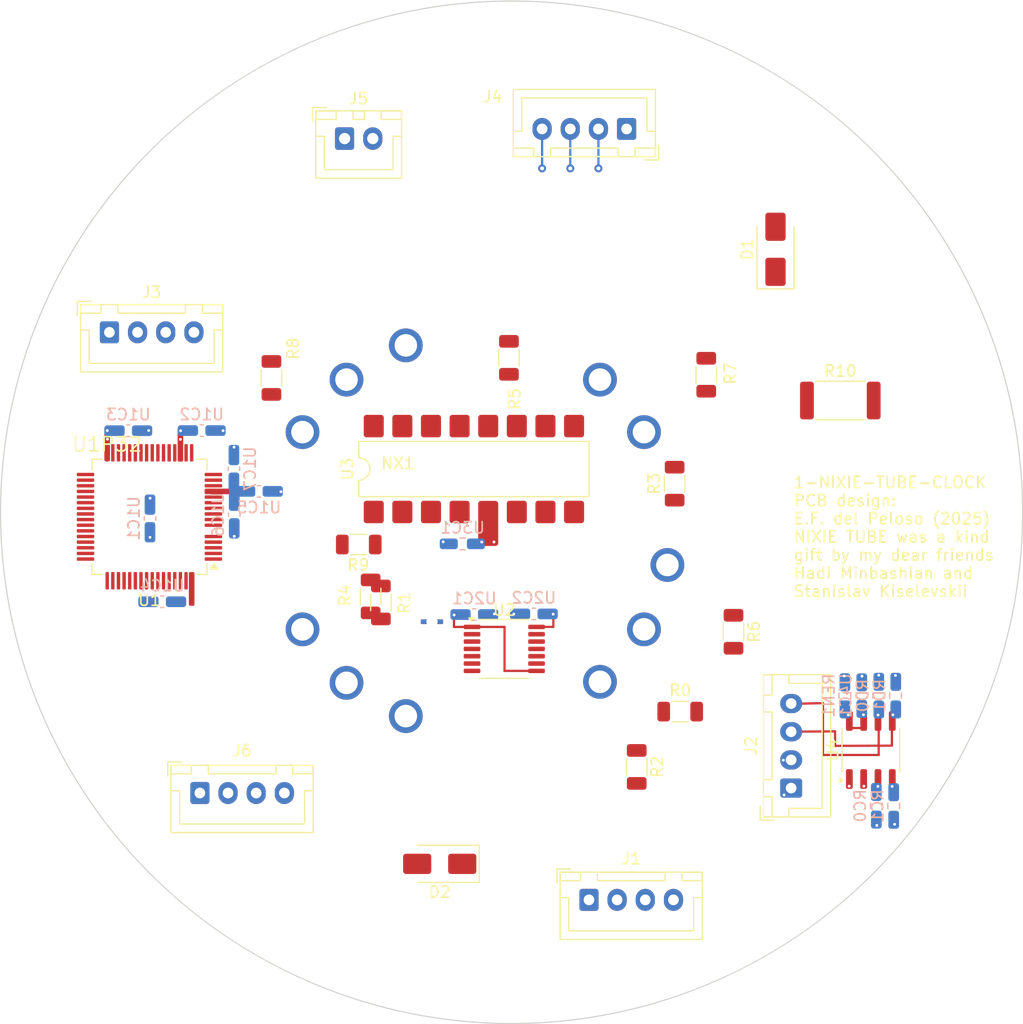
<source format=kicad_pcb>
(kicad_pcb (version 20241229) (generator "pcbnew") (generator_version "9.0")
  (layers (0 "F.Cu" signal) (4 "In1.Cu" power "3.3V Plane") (6 "In2.Cu" power "GND Plane") (8 "In3.Cu" power "5V Plane") (10 "In4.Cu" signal) (2 "B.Cu" signal) (13 "F.Paste" user) (15 "B.Paste" user) (5 "F.SilkS" user "F.Silkscreen") (7 "B.SilkS" user "B.Silkscreen") (1 "F.Mask" user) (3 "B.Mask" user) (25 "Edge.Cuts" user))
  (net 0 "")
  (net 1 "/RB2")
  (net 2 "/RB9")
  (net 3 "/RB8")
  (net 4 "/RB1")
  (net 5 "/RB5")
  (net 6 "/RB6")
  (net 7 "/RB3")
  (net 8 "/RB0")
  (net 9 "/RB7")
  (net 10 "/RB4")
  (net 11 "/RA0")
  (net 12 "/RA1")
  (net 13 "/RA2")
  (net 14 "/RA3")
  (net 15 "/RA4")
  (net 16 "/RA5")
  (net 17 "/RA6")
  (net 18 "/RA7")
  (net 20 "Net-(J1-RST)")
  (net 22 "Net-(D1-K)")
  (net 23 "/RA8")
  (net 25 "Net-(J3-Tx)")
  (net 32 "Net-(J3-Rx)")
  (net 41 "HT")
  (net 47 "+3V3")
  (net 55 "+5V")
  (net 56 "/RA9")
  (net 57 "Net-(J1-SWDIO)")
  (net 58 "Net-(J1-SWCLK)")
  (net 59 "Net-(J5-Pad2)")
  (net 60 "/B1")
  (net 61 "/B3")
  (net 63 "/B4")
  (net 64 "/B2")
  (net 67 "Net-(J6-SCL)")
  (net 68 "Net-(J6-SDA)")
  (net 76 "/A3")
  (net 77 "/A4")
  (net 78 "/A2")
  (net 79 "GND")
  (net 80 "/A1")
  (net 83 "Net-(J2-SCL)")
  (net 84 "Net-(J2-SDA)")
  (net 85 "/PCA9306/SCL")
  (net 86 "/PCA9306/SDA")
  (footprint "Connector_JST:JST_XH_B4B-XH-A_1x04_P2.50mm_Vertical" (layer "F.Cu") (at 162.529668 71.721829 180)
    (property "Reference" "J4" (at 11.87667 2.864987 0) (layer "F.SilkS"))
    (property "Value" "Power-supply")
    (pad "1" thru_hole roundrect (at 0 0 180) (size 1.7 1.95) (drill 0.95) (layers "*.Cu" "*.Mask") (roundrect_rratio 0.147059) (net 41 "HT"))
    (pad "2" thru_hole oval (at 2.5 0 180) (size 1.7 1.95) (drill 0.95) (layers "*.Cu" "*.Mask") (net 79 "GND"))
    (pad "3" thru_hole oval (at 5 0 180) (size 1.7 1.95) (drill 0.95) (layers "*.Cu" "*.Mask") (net 55 "+5V"))
    (pad "4" thru_hole oval (at 7.5 0 180) (size 1.7 1.95) (drill 0.95) (layers "*.Cu" "*.Mask") (net 47 "+3V3"))
  )
  (footprint "Package_DIP:SMDIP-16_W7.62mm" (layer "F.Cu") (at 148.975816 101.894544 90)
    (property "Reference" "U3" (at 0 -11.22 90) (layer "F.SilkS"))
    (property "Value" "K155id1")
    (pad "1" smd roundrect (at -3.81 -8.89 90) (size 2 1.78) (layers "F.Cu" "F.Mask" "F.Paste") (roundrect_rratio 0.140449) (net 23 "/RA8"))
    (pad "2" smd roundrect (at -3.81 -6.35 90) (size 2 1.78) (layers "F.Cu" "F.Mask" "F.Paste") (roundrect_rratio 0.140449) (net 56 "/RA9"))
    (pad "3" smd roundrect (at -3.81 -3.81 90) (size 2 1.78) (layers "F.Cu" "F.Mask" "F.Paste") (roundrect_rratio 0.140449) (net 60 "/B1"))
    (pad "4" smd roundrect (at -3.81 -1.27 90) (size 2 1.78) (layers "F.Cu" "F.Mask" "F.Paste") (roundrect_rratio 0.140449) (net 63 "/B4"))
    (pad "5" smd roundrect (at -4.825164 1.27 90) (size 4 1.78) (layers "F.Cu" "F.Mask" "F.Paste") (roundrect_rratio 0.140449))
    (pad "6" smd roundrect (at -3.81 3.81 90) (size 2 1.78) (layers "F.Cu" "F.Mask" "F.Paste") (roundrect_rratio 0.140449) (net 64 "/B2"))
    (pad "7" smd roundrect (at -3.81 6.35 90) (size 2 1.78) (layers "F.Cu" "F.Mask" "F.Paste") (roundrect_rratio 0.140449) (net 61 "/B3"))
    (pad "8" smd roundrect (at -3.81 8.89 90) (size 2 1.78) (layers "F.Cu" "F.Mask" "F.Paste") (roundrect_rratio 0.140449) (net 13 "/RA2"))
    (pad "9" smd roundrect (at 3.81 8.89 90) (size 2 1.78) (layers "F.Cu" "F.Mask" "F.Paste") (roundrect_rratio 0.140449) (net 14 "/RA3"))
    (pad "10" smd roundrect (at 3.81 6.35 90) (size 2 1.78) (layers "F.Cu" "F.Mask" "F.Paste") (roundrect_rratio 0.140449) (net 18 "/RA7"))
    (pad "11" smd roundrect (at 3.81 3.81 90) (size 2 1.78) (layers "F.Cu" "F.Mask" "F.Paste") (roundrect_rratio 0.140449) (net 17 "/RA6"))
    (pad "12" smd roundrect (at 3.81 1.27 90) (size 2 1.78) (layers "F.Cu" "F.Mask" "F.Paste") (roundrect_rratio 0.140449) (net 79 "GND"))
    (pad "13" smd roundrect (at 3.81 -1.27 90) (size 2 1.78) (layers "F.Cu" "F.Mask" "F.Paste") (roundrect_rratio 0.140449) (net 15 "/RA4"))
    (pad "14" smd roundrect (at 3.81 -3.81 90) (size 2 1.78) (layers "F.Cu" "F.Mask" "F.Paste") (roundrect_rratio 0.140449) (net 16 "/RA5"))
    (pad "15" smd roundrect (at 3.81 -6.35 90) (size 2 1.78) (layers "F.Cu" "F.Mask" "F.Paste") (roundrect_rratio 0.140449) (net 12 "/RA1"))
    (pad "16" smd roundrect (at 3.81 -8.89 90) (size 2 1.78) (layers "F.Cu" "F.Mask" "F.Paste") (roundrect_rratio 0.140449) (net 11 "/RA0"))
  )
  (footprint "Resistor_SMD:R_1206_3216Metric" (layer "F.Cu") (at 167.287397 123.413338 180)
    (property "Reference" "R0" (at 0 1.8796 0) (layer "F.SilkS"))
    (property "Value" "1k2")
    (pad "1" smd roundrect (at -1.4625 0 180) (size 1.125 1.75) (layers "F.Cu" "F.Mask" "F.Paste") (roundrect_rratio 0.222222) (net 11 "/RA0"))
    (pad "2" smd roundrect (at 1.4625 0 180) (size 1.125 1.75) (layers "F.Cu" "F.Mask" "F.Paste") (roundrect_rratio 0.222222) (net 8 "/RB0"))
  )
  (footprint "Connector_JST:JST_XH_B4B-XH-A_1x04_P2.50mm_Vertical" (layer "F.Cu") (at 159.188812 140.116957)
    (property "Reference" "J1" (at 3.7592 -3.6576 0) (layer "F.SilkS"))
    (property "Value" "MCU-SWD")
    (pad "1" thru_hole roundrect (at 0 0) (size 1.7 1.95) (drill 0.95) (layers "*.Cu" "*.Mask") (roundrect_rratio 0.147059) (net 58 "Net-(J1-SWCLK)"))
    (pad "2" thru_hole oval (at 2.5 0) (size 1.7 1.95) (drill 0.95) (layers "*.Cu" "*.Mask") (net 57 "Net-(J1-SWDIO)"))
    (pad "3" thru_hole oval (at 5 0) (size 1.7 1.95) (drill 0.95) (layers "*.Cu" "*.Mask") (net 79 "GND"))
    (pad "4" thru_hole oval (at 7.5 0) (size 1.7 1.95) (drill 0.95) (layers "*.Cu" "*.Mask") (net 20 "Net-(J1-RST)"))
  )
  (footprint "Nixie:nixie_socket_manual" (layer "F.Cu") (at 148.917916 107.368266)
    (property "Reference" "NX1" (at -6.689618 -5.969043 0) (layer "F.SilkS"))
    (property "Value" "FRONT")
    (pad "0" thru_hole circle (at 11.24878 13.40578) (size 3 3) (drill 2) (layers "*.Cu" "*.Mask") (net 8 "/RB0"))
    (pad "1" thru_hole circle (at -15.15544 8.75) (size 3 3) (drill 2) (layers "*.Cu" "*.Mask") (net 4 "/RB1"))
    (pad "2" thru_hole circle (at -5.98535 16.44462) (size 3 3) (drill 2) (layers "*.Cu" "*.Mask") (net 1 "/RB2"))
    (pad "3" thru_hole circle (at 15.15544 -8.75) (size 3 3) (drill 2) (layers "*.Cu" "*.Mask") (net 7 "/RB3"))
    (pad "4" thru_hole circle (at -11.24878 13.49578) (size 3 3) (drill 2) (layers "*.Cu" "*.Mask") (net 10 "/RB4"))
    (pad "5" thru_hole circle (at -5.98535 -16.44462) (size 3 3) (drill 2) (layers "*.Cu" "*.Mask") (net 5 "/RB5"))
    (pad "6" thru_hole circle (at 15.15544 8.75) (size 3 3) (drill 2) (layers "*.Cu" "*.Mask") (net 6 "/RB6"))
    (pad "7" thru_hole circle (at 11.24878 -13.40578) (size 3 3) (drill 2) (layers "*.Cu" "*.Mask") (net 9 "/RB7"))
    (pad "8" thru_hole circle (at -15.15544 -8.75) (size 3 3) (drill 2) (layers "*.Cu" "*.Mask") (net 3 "/RB8"))
    (pad "9" thru_hole circle (at -11.24878 -13.40578) (size 3 3) (drill 2) (layers "*.Cu" "*.Mask") (net 2 "/RB9"))
    (pad "10" thru_hole circle (at 17.23414 3.03884) (size 3 3) (drill 2) (layers "*.Cu" "*.Mask") (net 22 "Net-(D1-K)"))
  )
  (footprint "Resistor_SMD:R_1206_3216Metric" (layer "F.Cu") (at 172.0188 116.3318 -90)
    (property "Reference" "R6" (at 0 -1.82 90) (layer "F.SilkS"))
    (property "Value" "1k1")
    (pad "1" smd roundrect (at -1.4625 0 270) (size 1.125 1.75) (layers "F.Cu" "F.Mask" "F.Paste") (roundrect_rratio 0.222222) (net 6 "/RB6"))
    (pad "2" smd roundrect (at 1.4625 0 270) (size 1.125 1.75) (layers "F.Cu" "F.Mask" "F.Paste") (roundrect_rratio 0.222222) (net 17 "/RA6"))
  )
  (footprint "Resistor_SMD:R_1206_3216Metric" (layer "F.Cu") (at 138.755816 108.589706 180)
    (property "Reference" "R9" (at 0.0508 -1.82 0) (layer "F.SilkS"))
    (property "Value" "1k")
    (pad "1" smd roundrect (at -1.4625 0 180) (size 1.125 1.75) (layers "F.Cu" "F.Mask" "F.Paste") (roundrect_rratio 0.222222) (net 56 "/RA9"))
    (pad "2" smd roundrect (at 1.4625 0 180) (size 1.125 1.75) (layers "F.Cu" "F.Mask" "F.Paste") (roundrect_rratio 0.222222) (net 2 "/RB9"))
  )
  (footprint "Diode_SMD:D_SMA" (layer "F.Cu") (at 145.940745 136.922801 180)
    (property "Reference" "D2" (at 0 -2.5 0) (layer "F.SilkS"))
    (property "Value" "SMAJ170A")
    (pad "1" smd roundrect (at -2 0 180) (size 2.5 1.8) (layers "F.Cu" "F.Mask" "F.Paste") (roundrect_rratio 0.1388888889) (net 41 "HT"))
    (pad "2" smd roundrect (at 2 0 180) (size 2.5 1.8) (layers "F.Cu" "F.Mask" "F.Paste") (roundrect_rratio 0.1388888889) (net 79 "GND"))
  )
  (footprint "Package_SO:TSSOP-14_4.4x5mm_P0.65mm" (layer "F.Cu") (at 151.672916 117.851917)
    (property "Reference" "U2" (at 0 -3.45 0) (layer "F.SilkS"))
    (property "Value" "TXB0104PW")
    (fp_line (start -2.8625 -1.95) (end 0.023338 -1.95) (stroke (width 0.2)) (layer "F.Cu"))
    (fp_line (start 0.023338 -1.95) (end 0.023338 1.95) (stroke (width 0.2)) (layer "F.Cu"))
    (fp_line (start 0.023338 1.95) (end 2.8625 1.95) (stroke (width 0.2)) (layer "F.Cu"))
    (pad "1" smd roundrect (at -2.8625 -1.95) (size 1.475 0.4) (layers "F.Cu" "F.Mask" "F.Paste") (net 47 "+3V3"))
    (pad "2" smd roundrect (at -2.8625 -1.3) (size 1.475 0.4) (layers "F.Cu" "F.Mask" "F.Paste") (net 80 "/A1"))
    (pad "3" smd roundrect (at -2.8625 -0.65) (size 1.475 0.4) (layers "F.Cu" "F.Mask" "F.Paste") (net 78 "/A2"))
    (pad "4" smd roundrect (at -2.8625 0) (size 1.475 0.4) (layers "F.Cu" "F.Mask" "F.Paste") (net 76 "/A3"))
    (pad "5" smd roundrect (at -2.8625 0.65) (size 1.475 0.4) (layers "F.Cu" "F.Mask" "F.Paste") (net 77 "/A4"))
    (pad "6" smd roundrect (at -2.8625 1.3) (size 1.475 0.4) (layers "F.Cu" "F.Mask" "F.Paste"))
    (pad "7" smd roundrect (at -2.8625 1.95) (size 1.475 0.4) (layers "F.Cu" "F.Mask" "F.Paste") (net 79 "GND"))
    (pad "8" smd roundrect (at 2.8625 1.95) (size 1.475 0.4) (layers "F.Cu" "F.Mask" "F.Paste") (net 47 "+3V3"))
    (pad "9" smd roundrect (at 2.8625 1.3) (size 1.475 0.4) (layers "F.Cu" "F.Mask" "F.Paste"))
    (pad "10" smd roundrect (at 2.8625 0.65) (size 1.475 0.4) (layers "F.Cu" "F.Mask" "F.Paste") (net 63 "/B4"))
    (pad "11" smd roundrect (at 2.8625 0) (size 1.475 0.4) (layers "F.Cu" "F.Mask" "F.Paste") (net 61 "/B3"))
    (pad "12" smd roundrect (at 2.8625 -0.65) (size 1.475 0.4) (layers "F.Cu" "F.Mask" "F.Paste") (net 64 "/B2"))
    (pad "13" smd roundrect (at 2.8625 -1.3) (size 1.475 0.4) (layers "F.Cu" "F.Mask" "F.Paste") (net 60 "/B1"))
    (pad "14" smd roundrect (at 2.8625 -1.95) (size 1.475 0.4) (layers "F.Cu" "F.Mask" "F.Paste") (net 55 "+5V"))
    (pad "15" thru_hole roundrect (at -6.418017 -2.41) (size 1.975 0.4) (drill 1) (layers "*.Cu" "*.Mask") (roundrect_rratio 0.15))
  )
  (footprint "" (layer "F.Cu") (at 160.029668 75.221829 90)
    (property "Reference" "J4P2" (hide yes))
    (property "Value" "")
    (pad "15" thru_hole circle (at 0 0 90) (size 0.7 0.7) (drill 0.35) (layers "*.Cu" "*.Mask") (net 79 "GND"))
  )
  (footprint "Connector_JST:JST_XH_B4B-XH-A_1x04_P2.50mm_Vertical" (layer "F.Cu") (at 124.650982 130.638694)
    (property "Reference" "J6" (at 3.75 -3.7592 0) (layer "F.SilkS"))
    (property "Value" "OLED")
    (pad "1" thru_hole roundrect (at 0 0) (size 1.7 1.95) (drill 0.95) (layers "*.Cu" "*.Mask") (roundrect_rratio 0.147059) (net 67 "Net-(J6-SCL)"))
    (pad "2" thru_hole oval (at 2.5 0) (size 1.7 1.95) (drill 0.95) (layers "*.Cu" "*.Mask") (net 68 "Net-(J6-SDA)"))
    (pad "3" thru_hole oval (at 5 0) (size 1.7 1.95) (drill 0.95) (layers "*.Cu" "*.Mask") (net 47 "+3V3"))
    (pad "4" thru_hole oval (at 7.5 0) (size 1.7 1.95) (drill 0.95) (layers "*.Cu" "*.Mask") (net 79 "GND"))
  )
  (footprint "Resistor_SMD:R_1206_3216Metric" (layer "F.Cu") (at 169.600959 93.529477 90)
    (property "Reference" "R7" (at 0.1123 2.1336 90) (layer "F.SilkS"))
    (property "Value" "3k6")
    (pad "1" smd roundrect (at -1.4625 0 90) (size 1.125 1.75) (layers "F.Cu" "F.Mask" "F.Paste") (roundrect_rratio 0.222222) (net 18 "/RA7"))
    (pad "2" smd roundrect (at 1.4625 0 90) (size 1.125 1.75) (layers "F.Cu" "F.Mask" "F.Paste") (roundrect_rratio 0.222222) (net 9 "/RB7"))
  )
  (footprint "Connector_JST:JST_XH_B2B-XH-A_1x02_P2.50mm_Vertical" (layer "F.Cu") (at 137.500001 72.576496)
    (property "Reference" "J5" (at 1.25 -3.55 0) (layer "F.SilkS"))
    (property "Value" "Littelfuse-0218.020HXP")
    (pad "1" thru_hole roundrect (at 0 0) (size 1.7 2) (drill 1) (layers "*.Cu" "*.Mask") (roundrect_rratio 0.147059) (net 41 "HT"))
    (pad "2" thru_hole oval (at 2.5 0) (size 1.7 2) (drill 1) (layers "*.Cu" "*.Mask") (net 59 "Net-(J5-Pad2)"))
  )
  (footprint "" (layer "F.Cu") (at 157.529668 75.221829 90)
    (property "Reference" "J4P3" (hide yes))
    (property "Value" "" (hide yes))
    (pad "16" thru_hole circle (at 0 0 90) (size 0.7 0.7) (drill 0.35) (layers "*.Cu" "*.Mask") (net 55 "+5V"))
  )
  (footprint "Connector_JST:JST_XH_B4B-XH-A_1x04_P2.50mm_Vertical" (layer "F.Cu") (at 116.621823 89.765718)
    (property "Reference" "J3" (at 3.75 -3.55 0) (layer "F.SilkS"))
    (property "Value" "GPS-M8N")
    (pad "1" thru_hole roundrect (at 0 0) (size 1.7 1.95) (drill 0.95) (layers "*.Cu" "*.Mask") (roundrect_rratio 0.147059) (net 79 "GND"))
    (pad "2" thru_hole oval (at 2.5 0) (size 1.7 1.95) (drill 0.95) (layers "*.Cu" "*.Mask") (net 32 "Net-(J3-Rx)"))
    (pad "3" thru_hole oval (at 5 0) (size 1.7 1.95) (drill 0.95) (layers "*.Cu" "*.Mask") (net 25 "Net-(J3-Tx)"))
    (pad "4" thru_hole oval (at 7.5 0) (size 1.7 1.95) (drill 0.95) (layers "*.Cu" "*.Mask") (net 47 "+3V3"))
  )
  (footprint "Resistor_SMD:R_1206_3216Metric" (layer "F.Cu") (at 131.004101 93.810159 90)
    (property "Reference" "R8" (at 2.5908 1.9304 90) (layer "F.SilkS"))
    (property "Value" "0R")
    (pad "1" smd roundrect (at -1.4625 0 90) (size 1.125 1.75) (layers "F.Cu" "F.Mask" "F.Paste") (roundrect_rratio 0.222222) (net 3 "/RB8"))
    (pad "2" smd roundrect (at 1.4625 0 90) (size 1.125 1.75) (layers "F.Cu" "F.Mask" "F.Paste") (roundrect_rratio 0.222222) (net 23 "/RA8"))
  )
  (footprint "Resistor_SMD:R_1206_3216Metric" (layer "F.Cu") (at 139.8088 113.195433 -90)
    (property "Reference" "R4" (at -0.1016 2.286 90) (layer "F.SilkS"))
    (property "Value" "3k3")
    (pad "1" smd roundrect (at -1.4625 0 270) (size 1.125 1.75) (layers "F.Cu" "F.Mask" "F.Paste") (roundrect_rratio 0.222222) (net 15 "/RA4"))
    (pad "2" smd roundrect (at 1.4625 0 270) (size 1.125 1.75) (layers "F.Cu" "F.Mask" "F.Paste") (roundrect_rratio 0.222222) (net 10 "/RB4"))
  )
  (footprint "Package_SO:SO-8_3.9x4.9mm_P1.27mm" (layer "F.Cu") (at 184.207741 126.822274 90)
    (property "Reference" "U4" (at 0 -3.4 90) (layer "F.SilkS"))
    (property "Value" "PCA9306D")
    (pad "1" smd roundrect (at -2.575 -1.905 90) (size 1.75 0.6) (layers "F.Cu" "F.Mask" "F.Paste"))
    (pad "2" smd roundrect (at -2.575 -0.635 90) (size 1.75 0.6) (layers "F.Cu" "F.Mask" "F.Paste") (net 47 "+3V3"))
    (pad "3" smd roundrect (at -2.575 0.635 90) (size 1.75 0.6) (layers "F.Cu" "F.Mask" "F.Paste") (net 85 "/PCA9306/SCL"))
    (pad "4" smd roundrect (at -2.575 1.905 90) (size 1.75 0.6) (layers "F.Cu" "F.Mask" "F.Paste") (net 86 "/PCA9306/SDA"))
    (pad "5" smd roundrect (at 2.575 1.905 90) (size 1.75 0.6) (layers "F.Cu" "F.Mask" "F.Paste") (net 84 "Net-(J2-SDA)"))
    (pad "6" smd roundrect (at 2.575 0.635 90) (size 1.75 0.6) (layers "F.Cu" "F.Mask" "F.Paste") (net 83 "Net-(J2-SCL)"))
    (pad "7" smd roundrect (at 2.575 -0.635 90) (size 1.75 0.6) (layers "F.Cu" "F.Mask" "F.Paste") (net 55 "+5V"))
    (pad "8" smd roundrect (at 2.575 -1.905 90) (size 1.75 0.6) (layers "F.Cu" "F.Mask" "F.Paste") (net 55 "+5V"))
  )
  (footprint "" (layer "F.Cu") (at 155.029668 75.221829 90)
    (property "Reference" "J4P4" (hide yes))
    (property "Value" "")
    (pad "17" thru_hole circle (at 0 0 90) (size 0.7 0.7) (drill 0.35) (layers "*.Cu" "*.Mask") (net 47 "+3V3"))
  )
  (footprint "Resistor_SMD:R_1206_3216Metric" (layer "F.Cu") (at 152.08478 92.026688 90)
    (property "Reference" "R5" (at -3.6576 0.508 90) (layer "F.SilkS"))
    (property "Value" "1k1")
    (pad "1" smd roundrect (at -1.4625 0 90) (size 1.125 1.75) (layers "F.Cu" "F.Mask" "F.Paste") (roundrect_rratio 0.222222) (net 16 "/RA5"))
    (pad "2" smd roundrect (at 1.4625 0 90) (size 1.125 1.75) (layers "F.Cu" "F.Mask" "F.Paste") (roundrect_rratio 0.222222) (net 5 "/RB5"))
  )
  (footprint "Resistor_SMD:R_1206_3216Metric" (layer "F.Cu") (at 166.794034 103.191774 90)
    (property "Reference" "R3" (at 0 -1.82 90) (layer "F.SilkS"))
    (property "Value" "1k5")
    (pad "1" smd roundrect (at -1.4625 0 90) (size 1.125 1.75) (layers "F.Cu" "F.Mask" "F.Paste") (roundrect_rratio 0.222222) (net 14 "/RA3"))
    (pad "2" smd roundrect (at 1.4625 0 90) (size 1.125 1.75) (layers "F.Cu" "F.Mask" "F.Paste") (roundrect_rratio 0.222222) (net 7 "/RB3"))
  )
  (footprint "" (layer "F.Cu") (at 116.42196 99.709435 180)
    (property "Reference" "U1P32" (at 0 0 0) (layer "F.SilkS") (effects (font (size 1.27 1.27))))
    (property "Value" "")
    (pad "32" smd roundrect (at 0 0 180) (size 0.5 3) (layers "F.Cu" "F.Mask" "F.Paste") (net 47 "+3V3"))
  )
  (footprint "Resistor_SMD:R_1206_3216Metric" (layer "F.Cu") (at 140.7188 113.7318 -90)
    (property "Reference" "R1" (at 0.0508 -2.0828 90) (layer "F.SilkS"))
    (property "Value" "4k7")
    (pad "1" smd roundrect (at -1.4625 0 270) (size 1.125 1.75) (layers "F.Cu" "F.Mask" "F.Paste") (roundrect_rratio 0.222222) (net 4 "/RB1"))
    (pad "2" smd roundrect (at 1.4625 0 270) (size 1.125 1.75) (layers "F.Cu" "F.Mask" "F.Paste") (roundrect_rratio 0.222222) (net 12 "/RA1"))
  )
  (footprint "Resistor_SMD:R_1206_3216Metric" (layer "F.Cu") (at 163.426937 128.323956 -90)
    (property "Reference" "R2" (at 0 -1.82 90) (layer "F.SilkS"))
    (property "Value" "1k1")
    (pad "1" smd roundrect (at -1.4625 0 270) (size 1.125 1.75) (layers "F.Cu" "F.Mask" "F.Paste") (roundrect_rratio 0.222222) (net 13 "/RA2"))
    (pad "2" smd roundrect (at 1.4625 0 270) (size 1.125 1.75) (layers "F.Cu" "F.Mask" "F.Paste") (roundrect_rratio 0.222222) (net 1 "/RB2"))
  )
  (footprint "Connector_JST:JST_XH_B4B-XH-A_1x04_P2.50mm_Vertical" (layer "F.Cu") (at 177.136237 130.201512 90)
    (property "Reference" "J2" (at 3.75 -3.55 90) (layer "F.SilkS"))
    (property "Value" "Omron")
    (pad "1" thru_hole roundrect (at 0 0 90) (size 1.7 1.95) (drill 0.95) (layers "*.Cu" "*.Mask") (roundrect_rratio 0.147059) (net 79 "GND"))
    (pad "2" thru_hole oval (at 2.5 0 90) (size 1.7 1.95) (drill 0.95) (layers "*.Cu" "*.Mask") (net 55 "+5V"))
    (pad "3" thru_hole oval (at 5 0 90) (size 1.7 1.95) (drill 0.95) (layers "*.Cu" "*.Mask") (net 84 "Net-(J2-SDA)"))
    (pad "4" thru_hole oval (at 7.5 0 90) (size 1.7 1.95) (drill 0.95) (layers "*.Cu" "*.Mask") (net 83 "Net-(J2-SCL)"))
  )
  (footprint "Diode_SMD:D_SMA" (layer "F.Cu") (at 175.746648 82.399074 90)
    (property "Reference" "D1" (at 0 -2.5 90) (layer "F.SilkS"))
    (property "Value" "US1M_R3G")
    (pad "1" smd roundrect (at -2 0 90) (size 2.5 1.8) (layers "F.Cu" "F.Mask" "F.Paste") (roundrect_rratio 0.1388888889) (net 22 "Net-(D1-K)"))
    (pad "2" smd roundrect (at 2 0 90) (size 2.5 1.8) (layers "F.Cu" "F.Mask" "F.Paste") (roundrect_rratio 0.1388888889) (net 79 "GND"))
  )
  (footprint "Package_QFP:LQFP-64_10x10mm_P0.5mm" (layer "F.Cu") (at 120.174968 106.1297 180)
    (property "Reference" "U1" (at 0 -7.4 0) (layer "F.SilkS"))
    (property "Value" "STM32L4A6RGTx")
    (pad "1" smd roundrect (at -5.675 -3.75 180) (size 1.55 0.3) (layers "F.Cu" "F.Mask" "F.Paste") (net 47 "+3V3"))
    (pad "2" smd roundrect (at -5.675 -3.25 180) (size 1.55 0.3) (layers "F.Cu" "F.Mask" "F.Paste"))
    (pad "3" smd roundrect (at -5.675 -2.75 180) (size 1.55 0.3) (layers "F.Cu" "F.Mask" "F.Paste"))
    (pad "4" smd roundrect (at -5.675 -2.25 180) (size 1.55 0.3) (layers "F.Cu" "F.Mask" "F.Paste"))
    (pad "5" smd roundrect (at -5.675 -1.75 180) (size 1.55 0.3) (layers "F.Cu" "F.Mask" "F.Paste"))
    (pad "7" smd roundrect (at -5.675 -0.75 180) (size 1.55 0.3) (layers "F.Cu" "F.Mask" "F.Paste") (net 20 "Net-(J1-RST)"))
    (pad "8" smd roundrect (at -5.675 -0.25 180) (size 1.55 0.3) (layers "F.Cu" "F.Mask" "F.Paste"))
    (pad "9" smd roundrect (at -5.675 0.25 180) (size 1.55 0.3) (layers "F.Cu" "F.Mask" "F.Paste"))
    (pad "10" smd roundrect (at -5.675 0.75 180) (size 1.55 0.3) (layers "F.Cu" "F.Mask" "F.Paste"))
    (pad "11" smd roundrect (at -5.675 1.25 180) (size 1.55 0.3) (layers "F.Cu" "F.Mask" "F.Paste"))
    (pad "12" smd roundrect (at -5.675 1.75 180) (size 1.55 0.3) (layers "F.Cu" "F.Mask" "F.Paste") (net 79 "GND"))
    (pad "13" smd roundrect (at -6.445 2.25 180) (size 3.1 0.5) (layers "F.Cu" "F.Mask" "F.Paste") (net 47 "+3V3"))
    (pad "14" smd roundrect (at -5.675 2.75 180) (size 1.55 0.3) (layers "F.Cu" "F.Mask" "F.Paste") (net 80 "/A1"))
    (pad "15" smd roundrect (at -5.675 3.25 180) (size 1.55 0.3) (layers "F.Cu" "F.Mask" "F.Paste") (net 78 "/A2"))
    (pad "16" smd roundrect (at -5.675 3.75 180) (size 1.55 0.3) (layers "F.Cu" "F.Mask" "F.Paste"))
    (pad "17" smd roundrect (at -3.75 5.675 180) (size 0.3 1.55) (layers "F.Cu" "F.Mask" "F.Paste"))
    (pad "18" smd roundrect (at -3.25 5.675 180) (size 0.3 1.55) (layers "F.Cu" "F.Mask" "F.Paste") (net 79 "GND"))
    (pad "19" smd roundrect (at -2.75 6.125 180) (size 0.4 2.325) (layers "F.Cu" "F.Mask" "F.Paste") (net 47 "+3V3"))
    (pad "19" smd roundrect (at -2.75 6.3932 180) (size 0.5 3) (layers "F.Cu" "F.Mask" "F.Paste") (net 47 "+3V3"))
    (pad "20" smd roundrect (at -2.25 5.675 180) (size 0.3 1.55) (layers "F.Cu" "F.Mask" "F.Paste") (net 76 "/A3"))
    (pad "21" smd roundrect (at -1.75 5.675 180) (size 0.3 1.55) (layers "F.Cu" "F.Mask" "F.Paste") (net 77 "/A4"))
    (pad "22" smd roundrect (at -1.25 5.675 180) (size 0.3 1.55) (layers "F.Cu" "F.Mask" "F.Paste"))
    (pad "23" smd roundrect (at -0.75 5.675 180) (size 0.3 1.55) (layers "F.Cu" "F.Mask" "F.Paste"))
    (pad "24" smd roundrect (at -0.25 5.675 180) (size 0.3 1.55) (layers "F.Cu" "F.Mask" "F.Paste") (net 25 "Net-(J3-Tx)"))
    (pad "25" smd roundrect (at 0.25 5.675 180) (size 0.3 1.55) (layers "F.Cu" "F.Mask" "F.Paste"))
    (pad "26" smd roundrect (at 0.75 5.675 180) (size 0.3 1.55) (layers "F.Cu" "F.Mask" "F.Paste"))
    (pad "27" smd roundrect (at 1.25 5.675 180) (size 0.3 1.55) (layers "F.Cu" "F.Mask" "F.Paste"))
    (pad "28" smd roundrect (at 1.75 5.675 180) (size 0.3 1.55) (layers "F.Cu" "F.Mask" "F.Paste"))
    (pad "29" smd roundrect (at 2.25 5.675 180) (size 0.3 1.55) (layers "F.Cu" "F.Mask" "F.Paste"))
    (pad "30" smd roundrect (at 2.75 5.675 180) (size 0.3 1.55) (layers "F.Cu" "F.Mask" "F.Paste") (net 32 "Net-(J3-Rx)"))
    (pad "31" smd roundrect (at 3.25 5.675 180) (size 0.3 1.55) (layers "F.Cu" "F.Mask" "F.Paste") (net 79 "GND"))
    (pad "32" smd roundrect (at 3.75 5.675 180) (size 0.3 1.55) (layers "F.Cu" "F.Mask" "F.Paste") (net 47 "+3V3"))
    (pad "33" smd roundrect (at 5.675 3.75 180) (size 1.55 0.3) (layers "F.Cu" "F.Mask" "F.Paste"))
    (pad "34" smd roundrect (at 5.675 3.25 180) (size 1.55 0.3) (layers "F.Cu" "F.Mask" "F.Paste"))
    (pad "35" smd roundrect (at 5.675 2.75 180) (size 1.55 0.3) (layers "F.Cu" "F.Mask" "F.Paste"))
    (pad "36" smd roundrect (at 5.675 2.25 180) (size 1.55 0.3) (layers "F.Cu" "F.Mask" "F.Paste"))
    (pad "37" smd roundrect (at 5.675 1.75 180) (size 1.55 0.3) (layers "F.Cu" "F.Mask" "F.Paste"))
    (pad "38" smd roundrect (at 5.675 1.25 180) (size 1.55 0.3) (layers "F.Cu" "F.Mask" "F.Paste"))
    (pad "39" smd roundrect (at 5.675 0.75 180) (size 1.55 0.3) (layers "F.Cu" "F.Mask" "F.Paste"))
    (pad "40" smd roundrect (at 5.675 0.25 180) (size 1.55 0.3) (layers "F.Cu" "F.Mask" "F.Paste"))
    (pad "41" smd roundrect (at 5.675 -0.25 180) (size 1.55 0.3) (layers "F.Cu" "F.Mask" "F.Paste"))
    (pad "42" smd roundrect (at 5.675 -0.75 180) (size 1.55 0.3) (layers "F.Cu" "F.Mask" "F.Paste"))
    (pad "43" smd roundrect (at 5.675 -1.25 180) (size 1.55 0.3) (layers "F.Cu" "F.Mask" "F.Paste"))
    (pad "44" smd roundrect (at 5.675 -1.75 180) (size 1.55 0.3) (layers "F.Cu" "F.Mask" "F.Paste"))
    (pad "45" smd roundrect (at 5.675 -2.25 180) (size 1.55 0.3) (layers "F.Cu" "F.Mask" "F.Paste"))
    (pad "46" smd roundrect (at 5.675 -2.75 180) (size 1.55 0.3) (layers "F.Cu" "F.Mask" "F.Paste") (net 57 "Net-(J1-SWDIO)"))
    (pad "47" smd roundrect (at 5.675 -3.25 180) (size 1.55 0.3) (layers "F.Cu" "F.Mask" "F.Paste") (net 79 "GND"))
    (pad "48" smd roundrect (at 5.675 -3.75 180) (size 1.55 0.3) (layers "F.Cu" "F.Mask" "F.Paste") (net 47 "+3V3"))
    (pad "49" smd roundrect (at 3.75 -5.675 180) (size 0.3 1.55) (layers "F.Cu" "F.Mask" "F.Paste") (net 58 "Net-(J1-SWCLK)"))
    (pad "50" smd roundrect (at 3.25 -5.675 180) (size 0.3 1.55) (layers "F.Cu" "F.Mask" "F.Paste"))
    (pad "51" smd roundrect (at 2.75 -5.675 180) (size 0.3 1.55) (layers "F.Cu" "F.Mask" "F.Paste"))
    (pad "52" smd roundrect (at 2.25 -5.675 180) (size 0.3 1.55) (layers "F.Cu" "F.Mask" "F.Paste"))
    (pad "53" smd roundrect (at 1.75 -5.675 180) (size 0.3 1.55) (layers "F.Cu" "F.Mask" "F.Paste"))
    (pad "54" smd roundrect (at 1.25 -5.675 180) (size 0.3 1.55) (layers "F.Cu" "F.Mask" "F.Paste"))
    (pad "55" smd roundrect (at 0.75 -5.675 180) (size 0.3 1.55) (layers "F.Cu" "F.Mask" "F.Paste"))
    (pad "56" smd roundrect (at 0.25 -5.675 180) (size 0.3 1.55) (layers "F.Cu" "F.Mask" "F.Paste"))
    (pad "57" smd roundrect (at -0.25 -5.675 180) (size 0.3 1.55) (layers "F.Cu" "F.Mask" "F.Paste"))
    (pad "58" smd roundrect (at -0.75 -5.675 180) (size 0.3 1.55) (layers "F.Cu" "F.Mask" "F.Paste") (net 67 "Net-(J6-SCL)"))
    (pad "59" smd roundrect (at -1.25 -5.675 180) (size 0.3 1.55) (layers "F.Cu" "F.Mask" "F.Paste") (net 68 "Net-(J6-SDA)"))
    (pad "60" smd roundrect (at -1.75 -5.675 180) (size 0.3 1.55) (layers "F.Cu" "F.Mask" "F.Paste"))
    (pad "61" smd roundrect (at -2.25 -5.675 180) (size 0.3 1.55) (layers "F.Cu" "F.Mask" "F.Paste") (net 85 "/PCA9306/SCL"))
    (pad "62" smd roundrect (at -2.75 -5.675 180) (size 0.3 1.55) (layers "F.Cu" "F.Mask" "F.Paste") (net 86 "/PCA9306/SDA"))
    (pad "63" smd roundrect (at -3.25 -5.675 180) (size 0.3 1.55) (layers "F.Cu" "F.Mask" "F.Paste") (net 79 "GND"))
    (pad "64" smd roundrect (at -3.75 -6.4008 180) (size 0.5 3) (layers "F.Cu" "F.Mask" "F.Paste"))
  )
  (footprint "Resistor_SMD:R_2512_6332Metric" (layer "F.Cu") (at 181.498617 95.816563)
    (property "Reference" "R10" (at 0 -2.62 0) (layer "F.SilkS"))
    (property "Value" "4k7")
    (pad "1" smd roundrect (at -2.9625 0) (size 1.225 3.35) (layers "F.Cu" "F.Mask" "F.Paste") (roundrect_rratio 0.204082) (net 59 "Net-(J5-Pad2)"))
    (pad "2" smd roundrect (at 2.9625 0) (size 1.225 3.35) (layers "F.Cu" "F.Mask" "F.Paste") (roundrect_rratio 0.204082) (net 22 "Net-(D1-K)"))
  )
  (footprint "Resistor_SMD:R_0603_1608Metric" (layer "B.Cu") (at 184.905368 121.997112 -90)
    (property "Reference" "RD0" (at 0 1.43 90) (layer "B.SilkS") (effects (justify mirror)))
    (property "Value" "10k")
    (pad "1" smd roundrect (at -1.225 -0.011291 270) (size 1.6 0.95) (layers "B.Cu" "B.Mask" "B.Paste") (net 83 "Net-(J2-SCL)"))
    (pad "2" smd roundrect (at 1.225 -0.011291 270) (size 1.6 0.95) (layers "B.Cu" "B.Mask" "B.Paste") (net 55 "+5V"))
  )
  (footprint "Resistor_SMD:R_0603_1608Metric" (layer "B.Cu") (at 186.405368 121.997112 -90)
    (property "Reference" "RD1" (at 0 1.43 90) (layer "B.SilkS") (effects (justify mirror)))
    (property "Value" "10k")
    (pad "1" smd roundrect (at -1.225 -0.016537 270) (size 1.6 0.95) (layers "B.Cu" "B.Mask" "B.Paste") (net 55 "+5V"))
    (pad "2" smd roundrect (at 1.225 -0.016537 270) (size 1.6 0.95) (layers "B.Cu" "B.Mask" "B.Paste") (net 84 "Net-(J2-SDA)"))
  )
  (footprint "Capacitor_SMD:C_0603_1608Metric" (layer "B.Cu") (at 118.299589 98.493757 180)
    (property "Reference" "U1C3" (at 0 1.43 0) (layer "B.SilkS") (effects (justify mirror)))
    (property "Value" "100N")
    (pad "1" smd roundrect (at -1.225 0 180) (size 1.8 0.95) (layers "B.Cu" "B.Mask" "B.Paste"))
    (pad "2" smd roundrect (at 1.225 0 180) (size 1.8 0.95) (layers "B.Cu" "B.Mask" "B.Paste") (net 79 "GND"))
  )
  (footprint "Capacitor_SMD:C_0603_1608Metric" (layer "B.Cu") (at 129.892851 103.873555)
    (property "Reference" "U1C5" (at 0 1.43 0) (layer "B.SilkS") (effects (justify mirror)))
    (property "Value" "100N")
    (pad "1" smd roundrect (at -1.225 0) (size 1.8 0.95) (layers "B.Cu" "B.Mask" "B.Paste"))
    (pad "2" smd roundrect (at 1.225 0) (size 1.8 0.95) (layers "B.Cu" "B.Mask" "B.Paste"))
  )
  (footprint "Resistor_SMD:R_0603_1608Metric" (layer "B.Cu") (at 181.905368 121.997112 -90)
    (property "Reference" "REN1" (at 0 1.43 90) (layer "B.SilkS") (effects (justify mirror)))
    (property "Value" "200k")
    (pad "1" smd roundrect (at -1.181877 0 270) (size 1.6 0.95) (layers "B.Cu" "B.Mask" "B.Paste") (net 55 "+5V"))
    (pad "2" smd roundrect (at 1.225 0 270) (size 1.6 0.95) (layers "B.Cu" "B.Mask" "B.Paste") (net 55 "+5V"))
  )
  (footprint "Capacitor_SMD:C_0603_1608Metric" (layer "B.Cu") (at 127.67485 101.876222 90)
    (property "Reference" "U1C7" (at 0 1.43 90) (layer "B.SilkS") (effects (justify mirror)))
    (property "Value" "100N")
    (pad "1" smd roundrect (at -1.225 0 90) (size 1.8 0.95) (layers "B.Cu" "B.Mask" "B.Paste"))
    (pad "2" smd roundrect (at 1.225 0 90) (size 1.8 0.95) (layers "B.Cu" "B.Mask" "B.Paste"))
  )
  (footprint "Capacitor_SMD:C_0603_1608Metric" (layer "B.Cu") (at 149.012916 114.805434 180)
    (property "Reference" "U2C1" (at 0 1.43 0) (layer "B.SilkS") (effects (justify mirror)))
    (property "Value" "100N")
    (pad "1" smd roundrect (at -1.225 0 180) (size 1.8 0.95) (layers "B.Cu" "B.Mask" "B.Paste"))
    (pad "2" smd roundrect (at 1.225 0 180) (size 1.8 0.95) (layers "B.Cu" "B.Mask" "B.Paste"))
  )
  (footprint "Capacitor_SMD:C_0603_1608Metric" (layer "B.Cu") (at 154.295541 114.750028 180)
    (property "Reference" "U2C2" (at 0 1.43 0) (layer "B.SilkS") (effects (justify mirror)))
    (property "Value" "100N")
    (pad "1" smd roundrect (at -1.225 0 180) (size 1.8 0.95) (layers "B.Cu" "B.Mask" "B.Paste"))
    (pad "2" smd roundrect (at 1.225 0 180) (size 1.8 0.95) (layers "B.Cu" "B.Mask" "B.Paste"))
  )
  (footprint "Resistor_SMD:R_0603_1608Metric" (layer "B.Cu") (at 147.971521 108.533596 180)
    (property "Reference" "U3C1" (at 0 1.43 0) (layer "B.SilkS") (effects (justify mirror)))
    (property "Value" "1U")
    (pad "1" smd roundrect (at -1.181877 0 180) (size 1.6 0.95) (layers "B.Cu" "B.Mask" "B.Paste"))
    (pad "2" smd roundrect (at 1.225 0 180) (size 1.6 0.95) (layers "B.Cu" "B.Mask" "B.Paste"))
  )
  (footprint "Capacitor_SMD:C_0603_1608Metric" (layer "B.Cu") (at 124.815088 98.482608 180)
    (property "Reference" "U1C2" (at 0 1.43 0) (layer "B.SilkS") (effects (justify mirror)))
    (property "Value" "100N")
    (pad "1" smd roundrect (at -1.225 0 180) (size 1.8 0.95) (layers "B.Cu" "B.Mask" "B.Paste"))
    (pad "2" smd roundrect (at 1.225 0 180) (size 1.8 0.95) (layers "B.Cu" "B.Mask" "B.Paste") (net 47 "+3V3"))
  )
  (footprint "Capacitor_SMD:C_0603_1608Metric" (layer "B.Cu") (at 127.702434 105.93525 -90)
    (property "Reference" "U1C6" (at 0 1.43 90) (layer "B.SilkS") (effects (justify mirror)))
    (property "Value" "100N")
    (pad "1" smd roundrect (at -1.225 0 270) (size 1.8 0.95) (layers "B.Cu" "B.Mask" "B.Paste"))
    (pad "2" smd roundrect (at 1.225 0 270) (size 1.8 0.95) (layers "B.Cu" "B.Mask" "B.Paste"))
  )
  (footprint "Capacitor_SMD:C_0603_1608Metric" (layer "B.Cu") (at 183.405368 121.997112 -90)
    (property "Reference" "U4C1" (at 0 1.43 90) (layer "B.SilkS") (effects (justify mirror)))
    (property "Value" "100P")
    (pad "1" smd roundrect (at -1.175 0 270) (size 1.6 0.95) (layers "B.Cu" "B.Mask" "B.Paste") (net 79 "GND"))
    (pad "2" smd roundrect (at 1.175 0 270) (size 1.6 0.95) (layers "B.Cu" "B.Mask" "B.Paste") (net 79 "GND"))
  )
  (footprint "Resistor_SMD:R_0603_1608Metric" (layer "B.Cu") (at 186.239184 131.791358 -90)
    (property "Reference" "RC1" (at 0 1.43 90) (layer "B.SilkS") (effects (justify mirror)))
    (property "Value" "10k")
    (pad "1" smd roundrect (at -1.226816 0 270) (size 1.6 0.95) (layers "B.Cu" "B.Mask" "B.Paste") (net 47 "+3V3"))
    (pad "2" smd roundrect (at 1.223184 0 270) (size 1.6 0.95) (layers "B.Cu" "B.Mask" "B.Paste"))
  )
  (footprint "Capacitor_SMD:C_0603_1608Metric" (layer "B.Cu") (at 120.224968 106.2797 -90)
    (property "Reference" "U1C1" (at 0 1.43 90) (layer "B.SilkS") (effects (justify mirror)))
    (property "Value" "4.7U")
    (pad "1" smd roundrect (at -1.225 0 270) (size 1.8 0.95) (layers "B.Cu" "B.Mask" "B.Paste") (net 79 "GND"))
    (pad "2" smd roundrect (at 1.225 0 270) (size 1.8 0.95) (layers "B.Cu" "B.Mask" "B.Paste") (net 47 "+3V3"))
  )
  (footprint "Capacitor_SMD:C_0603_1608Metric" (layer "B.Cu") (at 121.31197 113.668041 180)
    (property "Reference" "U1C4" (at 0 1.43 0) (layer "B.SilkS") (effects (justify mirror)))
    (property "Value" "100N")
    (pad "1" smd roundrect (at -1.225 0 180) (size 1.8 0.95) (layers "B.Cu" "B.Mask" "B.Paste") (net 79 "GND"))
    (pad "2" smd roundrect (at 1.225 0 180) (size 1.8 0.95) (layers "B.Cu" "B.Mask" "B.Paste"))
  )
  (footprint "Resistor_SMD:R_0603_1608Metric" (layer "B.Cu") (at 184.697301 131.769774 -90)
    (property "Reference" "RC0" (at 0 1.43 90) (layer "B.SilkS") (effects (justify mirror)))
    (property "Value" "10k")
    (pad "1" smd roundrect (at -1.225 0 270) (size 1.6 0.95) (layers "B.Cu" "B.Mask" "B.Paste") (net 85 "/PCA9306/SCL"))
    (pad "2" smd roundrect (at 1.225 0 270) (size 1.6 0.95) (layers "B.Cu" "B.Mask" "B.Paste") (net 47 "+3V3"))
  )
  (gr_line (start 156.025667 115.898703) (end 156.025667 114.970939) (stroke (width 0.2)) (layer "F.Cu") (net 55))
  (gr_line (start 148.233347 115.901917) (end 147.207315 115.901917) (stroke (width 0.2)) (layer "F.Cu") (net 47))
  (gr_line (start 183.61889 124.872274) (end 182.298498 124.872274) (stroke (width 0.2)) (layer "F.Cu") (net 55))
  (gr_line (start 181.036237 125.169877) (end 181.036237 126.454779) (stroke (width 0.2)) (layer "F.Cu") (net 84))
  (gr_line (start 179.96003 127.265256) (end 184.905665 127.265256) (stroke (width 0.2)) (layer "F.Cu"))
  (gr_line (start 155.166186 115.895734) (end 156.025667 115.898703) (stroke (width 0.2)) (layer "F.Cu") (net 55))
  (gr_line (start 177.848836 122.710771) (end 179.96003 122.663328) (stroke (width 0.2)) (layer "F.Cu") (net 83))
  (gr_line (start 186.08012 126.435011) (end 186.08012 124.964292) (stroke (width 0.2)) (layer "F.Cu") (net 84))
  (gr_line (start 184.905665 127.265256) (end 184.905665 124.730767) (stroke (width 0.2)) (layer "F.Cu"))
  (gr_line (start 181.036237 126.454779) (end 186.08012 126.435011) (stroke (width 0.2)) (layer "F.Cu") (net 84))
  (gr_line (start 147.207315 115.901917) (end 147.207315 115.018441) (stroke (width 0.2)) (layer "F.Cu") (net 47))
  (gr_line (start 179.96003 122.663328) (end 179.96003 127.265256) (stroke (width 0.2)) (layer "F.Cu"))
  (gr_line (start 177.833022 125.189644) (end 181.036237 125.169877) (stroke (width 0.2)) (layer "F.Cu") (net 84))
  (gr_line (start 157.529668 72.721829) (end 157.529668 74.921829) (stroke (width 0.2)) (layer "B.Cu") (net 55))
  (gr_line (start 160.029668 72.521829) (end 160.029668 74.921829) (stroke (width 0.2)) (layer "B.Cu") (net 79))
  (gr_line (start 155.029668 72.621829) (end 155.029668 74.921829) (stroke (width 0.2)) (layer "B.Cu") (net 47))
  (gr_circle (center 152.3188 105.7318) (end 197.6188 108.0318) (stroke (width 0.1)) (fill no) (layer "Edge.Cuts"))
  (gr_text "1-NIXIE-TUBE-CLOCK\nPCB design:\nE.F. del Peloso (2025)\nNIXIE TUBE was a kind\ngift by my dear friends\nHadi Minbashian and\nStanislav Kiselevskii" (at 177.277978 107.908442 0) (layer "F.SilkS") (effects (font (size 1 1)) (justify left)))
  (via blind (at 149.668632 108.374412) (size 0.3) (drill 0.25) (layers "F.Cu" "B.Cu") (net 0))
  (via blind (at 122.939825 98.49761) (size 0.3) (drill 0.25) (layers "F.Cu" "B.Cu") (net 0))
  (via blind (at 183.550376 123.694856) (size 0.3) (drill 0.25) (layers "F.Cu" "B.Cu") (net 0))
  (via blind (at 186.166034 123.694517) (size 0.3) (drill 0.25) (layers "F.Cu" "B.Cu") (net 0))
  (via blind (at 182.211029 123.714409) (size 0.3) (drill 0.25) (layers "F.Cu" "B.Cu") (net 0))
  (via blind (at 116.434744 98.483339) (size 0.3) (drill 0.25) (layers "F.Cu" "B.Cu") (net 0))
  (via blind (at 186.10081 130.050581) (size 0.3) (drill 0.25) (layers "F.Cu" "B.Cu") (net 0))
  (via blind (at 184.848351 123.711411) (size 0.3) (drill 0.25) (layers "F.Cu" "B.Cu") (net 0))
  (via blind (at 184.835675 130.050581) (size 0.3) (drill 0.25) (layers "F.Cu" "B.Cu") (net 0))
  (via blind (at 147.222078 114.842371) (size 0.3) (drill 0.25) (layers "F.Cu" "B.Cu") (net 47))
  (via blind (at 116.445162 99.243863) (size 0.3) (drill 0.25) (layers "F.Cu" "In1.Cu") (net 47))
  (via blind (at 183.590307 130.030813) (size 0.3) (drill 0.25) (layers "F.Cu" "In1.Cu") (net 47))
  (via blind (at 122.924823 99.262718) (size 0.3) (drill 0.25) (layers "F.Cu" "In1.Cu") (net 47))
  (via blind (at 184.736836 133.509934) (size 0.3) (drill 0.25) (layers "In1.Cu" "B.Cu") (net 47))
  (via blind (at 120.224968 107.9547) (size 0.3) (drill 0.25) (layers "In1.Cu" "B.Cu") (net 47))
  (via blind (at 186.318255 133.411095) (size 0.3) (drill 0.25) (layers "In1.Cu" "B.Cu") (net 47))
  (via blind (at 156.013118 114.768497) (size 0.3) (drill 0.25) (layers "F.Cu" "B.Cu") (net 55))
  (via blind (at 150.753664 108.365543) (size 0.3) (drill 0.25) (layers "F.Cu" "In3.Cu") (net 55))
  (via blind (at 176.444379 127.72197) (size 0.3) (drill 0.25) (layers "F.Cu" "In3.Cu") (net 55))
  (via blind (at 184.907699 120.180717) (size 0.3) (drill 0.25) (layers "In3.Cu" "B.Cu") (net 55))
  (via blind (at 181.84187 120.260794) (size 0.3) (drill 0.25) (layers "In3.Cu" "B.Cu") (net 55))
  (via blind (at 186.394855 120.203596) (size 0.3) (drill 0.25) (layers "In3.Cu" "B.Cu") (net 55))
  (via blind (at 176.503682 130.805736) (size 0.3) (drill 0.25) (layers "F.Cu" "In2.Cu") (net 79))
  (via blind (at 182.285637 130.030813) (size 0.3) (drill 0.25) (layers "F.Cu" "In2.Cu") (net 79))
  (via blind (at 127.703741 107.857159) (size 0.3) (drill 0.25) (layers "In2.Cu" "B.Cu") (net 79))
  (via blind (at 146.248802 108.351201) (size 0.3) (drill 0.250012) (layers "In2.Cu" "B.Cu") (net 79))
  (via blind (at 152.51703 114.761933) (size 0.3) (drill 0.25) (layers "In2.Cu" "B.Cu") (net 79))
  (via blind (at 150.798426 114.749108) (size 0.3) (drill 0.25) (layers "In2.Cu" "B.Cu") (net 79))
  (via blind (at 120.234096 104.482256) (size 0.3) (drill 0.25) (layers "In2.Cu" "B.Cu") (net 79))
  (via blind (at 126.707021 98.493757) (size 0.3) (drill 0.25) (layers "In2.Cu" "B.Cu") (net 79))
  (via blind (at 131.843083 103.905385) (size 0.3) (drill 0.25) (layers "In2.Cu" "B.Cu") (net 79))
  (via blind (at 120.112344 98.472921) (size 0.3) (drill 0.25) (layers "In2.Cu" "B.Cu") (net 79))
  (via blind (at 127.687192 99.951772) (size 0.3) (drill 0.25) (layers "In2.Cu" "B.Cu") (net 79))
  (via blind (at 183.420543 120.272234) (size 0.3) (drill 0.25) (layers "In2.Cu" "B.Cu") (net 79))
)
</source>
